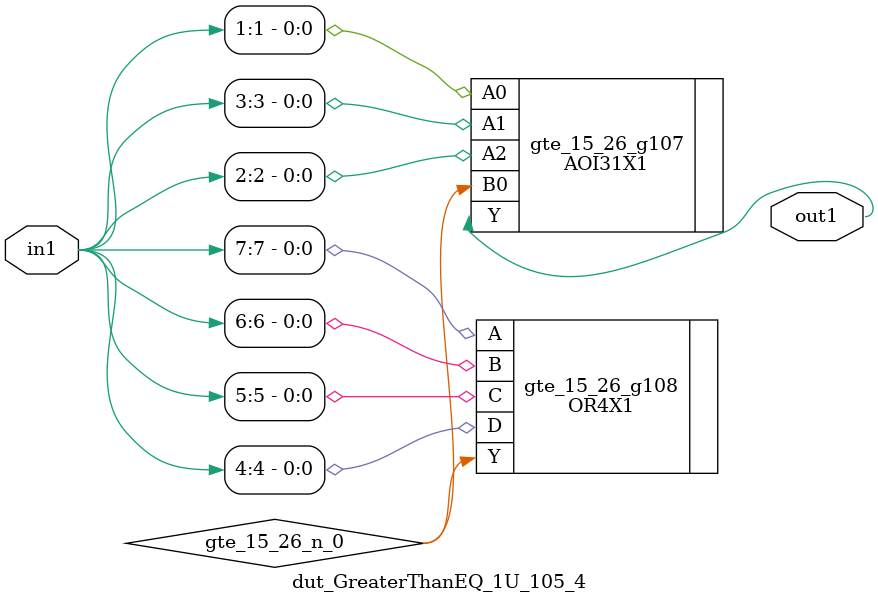
<source format=v>
`timescale 1ps / 1ps


module dut_GreaterThanEQ_1U_105_4(in1, out1);
  input [7:0] in1;
  output out1;
  wire [7:0] in1;
  wire out1;
  wire gte_15_26_n_0;
  AOI31X1 gte_15_26_g107(.A0 (in1[1]), .A1 (in1[3]), .A2 (in1[2]), .B0
       (gte_15_26_n_0), .Y (out1));
  OR4X1 gte_15_26_g108(.A (in1[7]), .B (in1[6]), .C (in1[5]), .D
       (in1[4]), .Y (gte_15_26_n_0));
endmodule



</source>
